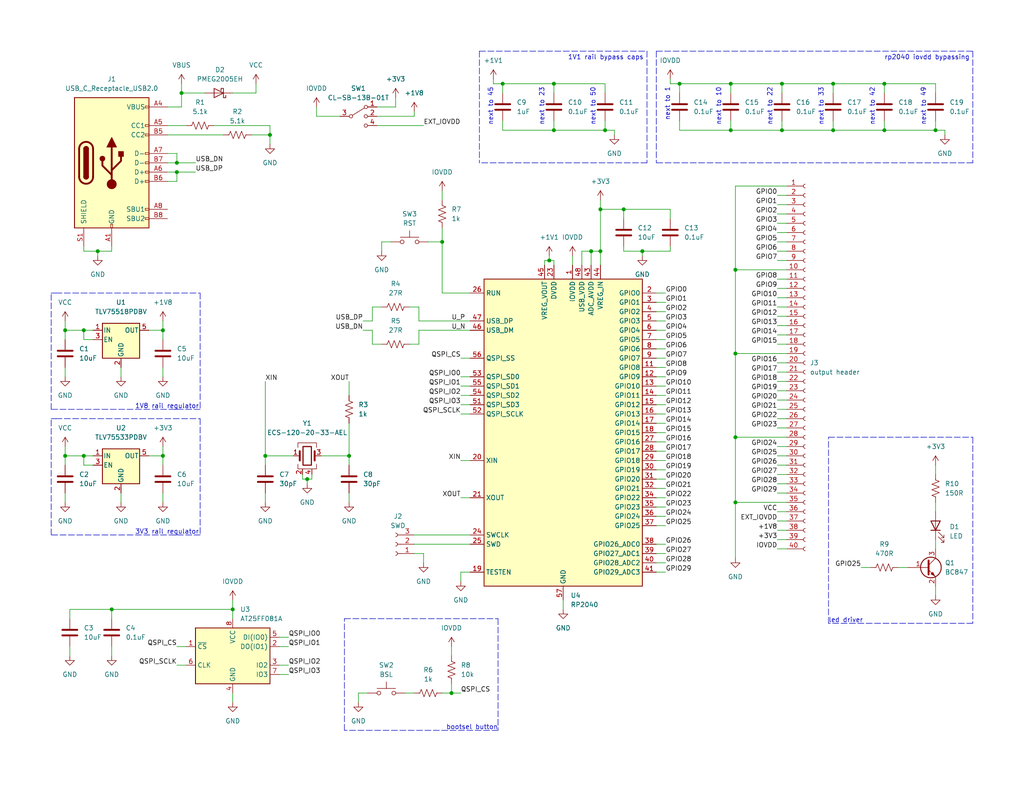
<source format=kicad_sch>
(kicad_sch (version 20211123) (generator eeschema)
  (paper "USLetter")
  (junction (at 48.26 46.99))
  (junction (at 185.42 22.86))
  (junction (at 44.45 124.46))
  (junction (at 213.36 35.56))
  (junction (at 44.45 90.17))
  (junction (at 170.18 57.15))
  (junction (at 120.65 66.04))
  (junction (at 17.78 90.17))
  (junction (at 95.25 124.46))
  (junction (at 200.66 137.16))
  (junction (at 123.19 189.23))
  (junction (at 241.3 22.86))
  (junction (at 151.13 35.56))
  (junction (at 63.5 166.37))
  (junction (at 163.83 68.58))
  (junction (at 72.39 124.46))
  (junction (at 163.83 57.15))
  (junction (at 241.3 35.56))
  (junction (at 200.66 119.38))
  (junction (at 200.66 96.52))
  (junction (at 255.27 35.56))
  (junction (at 200.66 73.66))
  (junction (at 161.29 68.58))
  (junction (at 17.78 124.46))
  (junction (at 73.66 36.83))
  (junction (at 199.39 35.56))
  (junction (at 22.86 90.17))
  (junction (at 22.86 124.46))
  (junction (at 175.26 68.58))
  (junction (at 48.26 44.45))
  (junction (at 137.16 22.86))
  (junction (at 149.86 71.12))
  (junction (at 227.33 35.56))
  (junction (at 199.39 22.86))
  (junction (at 227.33 22.86))
  (junction (at 83.82 130.81))
  (junction (at 165.1 35.56))
  (junction (at 213.36 22.86))
  (junction (at 49.53 25.4))
  (junction (at 30.48 166.37))
  (junction (at 26.67 68.58))
  (junction (at 151.13 22.86))
  (wire (pts (xy 170.18 57.15) (xy 163.83 57.15)))
  (wire (pts (xy 72.39 124.46) (xy 80.01 124.46)))
  (wire (pts (xy 179.07 123.19) (xy 181.61 123.19)))
  (wire (pts (xy 200.66 73.66) (xy 200.66 96.52)))
  (wire (pts (xy 104.14 93.98) (xy 101.6 93.98)))
  (wire (pts (xy 123.19 189.23) (xy 125.73 189.23)))
  (wire (pts (xy 170.18 67.31) (xy 170.18 68.58)))
  (wire (pts (xy 22.86 124.46) (xy 25.4 124.46)))
  (wire (pts (xy 113.03 148.59) (xy 128.27 148.59)))
  (wire (pts (xy 45.72 49.53) (xy 48.26 49.53)))
  (wire (pts (xy 179.07 102.87) (xy 181.61 102.87)))
  (wire (pts (xy 212.09 60.96) (xy 214.63 60.96)))
  (wire (pts (xy 40.64 124.46) (xy 44.45 124.46)))
  (wire (pts (xy 255.27 35.56) (xy 255.27 33.02)))
  (wire (pts (xy 245.11 154.94) (xy 247.65 154.94)))
  (polyline (pts (xy 265.43 13.97) (xy 265.43 44.45)))
  (wire (pts (xy 30.48 67.31) (xy 30.48 68.58)))
  (wire (pts (xy 200.66 137.16) (xy 214.63 137.16)))
  (wire (pts (xy 213.36 22.86) (xy 213.36 25.4)))
  (wire (pts (xy 113.03 151.13) (xy 115.57 151.13)))
  (wire (pts (xy 212.09 132.08) (xy 214.63 132.08)))
  (wire (pts (xy 120.65 66.04) (xy 120.65 62.23)))
  (wire (pts (xy 227.33 33.02) (xy 227.33 35.56)))
  (wire (pts (xy 212.09 93.98) (xy 214.63 93.98)))
  (wire (pts (xy 163.83 57.15) (xy 163.83 68.58)))
  (wire (pts (xy 33.02 134.62) (xy 33.02 137.16)))
  (wire (pts (xy 199.39 35.56) (xy 213.36 35.56)))
  (wire (pts (xy 99.06 90.17) (xy 101.6 90.17)))
  (wire (pts (xy 167.64 36.83) (xy 167.64 35.56)))
  (wire (pts (xy 111.76 83.82) (xy 114.3 83.82)))
  (wire (pts (xy 99.06 87.63) (xy 101.6 87.63)))
  (wire (pts (xy 212.09 111.76) (xy 214.63 111.76)))
  (wire (pts (xy 255.27 127) (xy 255.27 129.54)))
  (wire (pts (xy 68.58 36.83) (xy 73.66 36.83)))
  (wire (pts (xy 148.59 71.12) (xy 149.86 71.12)))
  (wire (pts (xy 123.19 186.69) (xy 123.19 189.23)))
  (wire (pts (xy 179.07 135.89) (xy 181.61 135.89)))
  (wire (pts (xy 44.45 90.17) (xy 44.45 92.71)))
  (wire (pts (xy 25.4 92.71) (xy 22.86 92.71)))
  (wire (pts (xy 200.66 96.52) (xy 214.63 96.52)))
  (wire (pts (xy 101.6 83.82) (xy 101.6 87.63)))
  (wire (pts (xy 125.73 156.21) (xy 125.73 158.75)))
  (wire (pts (xy 87.63 124.46) (xy 95.25 124.46)))
  (wire (pts (xy 48.26 46.99) (xy 53.34 46.99)))
  (wire (pts (xy 185.42 22.86) (xy 199.39 22.86)))
  (wire (pts (xy 179.07 100.33) (xy 181.61 100.33)))
  (polyline (pts (xy 13.97 80.01) (xy 15.24 80.01)))
  (wire (pts (xy 182.88 68.58) (xy 175.26 68.58)))
  (polyline (pts (xy 54.61 114.3) (xy 54.61 146.05)))
  (wire (pts (xy 26.67 68.58) (xy 22.86 68.58)))
  (wire (pts (xy 212.09 116.84) (xy 214.63 116.84)))
  (wire (pts (xy 179.07 113.03) (xy 181.61 113.03)))
  (wire (pts (xy 72.39 104.14) (xy 72.39 124.46)))
  (wire (pts (xy 212.09 134.62) (xy 214.63 134.62)))
  (wire (pts (xy 86.36 31.75) (xy 86.36 29.21)))
  (wire (pts (xy 185.42 33.02) (xy 185.42 35.56)))
  (polyline (pts (xy 54.61 146.05) (xy 13.97 146.05)))
  (wire (pts (xy 200.66 119.38) (xy 214.63 119.38)))
  (wire (pts (xy 212.09 91.44) (xy 214.63 91.44)))
  (wire (pts (xy 212.09 104.14) (xy 214.63 104.14)))
  (wire (pts (xy 72.39 134.62) (xy 72.39 137.16)))
  (wire (pts (xy 115.57 151.13) (xy 115.57 153.67)))
  (wire (pts (xy 45.72 44.45) (xy 48.26 44.45)))
  (wire (pts (xy 200.66 50.8) (xy 200.66 73.66)))
  (wire (pts (xy 212.09 55.88) (xy 214.63 55.88)))
  (wire (pts (xy 107.95 29.21) (xy 107.95 26.67)))
  (wire (pts (xy 113.03 30.48) (xy 113.03 31.75)))
  (wire (pts (xy 227.33 22.86) (xy 227.33 25.4)))
  (wire (pts (xy 179.07 130.81) (xy 181.61 130.81)))
  (wire (pts (xy 179.07 105.41) (xy 181.61 105.41)))
  (wire (pts (xy 175.26 68.58) (xy 170.18 68.58)))
  (wire (pts (xy 137.16 33.02) (xy 137.16 35.56)))
  (polyline (pts (xy 13.97 114.3) (xy 15.24 114.3)))
  (wire (pts (xy 30.48 168.91) (xy 30.48 166.37)))
  (wire (pts (xy 72.39 127) (xy 72.39 124.46)))
  (wire (pts (xy 102.87 29.21) (xy 107.95 29.21)))
  (wire (pts (xy 44.45 134.62) (xy 44.45 137.16)))
  (wire (pts (xy 212.09 106.68) (xy 214.63 106.68)))
  (wire (pts (xy 73.66 36.83) (xy 73.66 39.37)))
  (wire (pts (xy 151.13 71.12) (xy 149.86 71.12)))
  (wire (pts (xy 153.67 163.83) (xy 153.67 166.37)))
  (wire (pts (xy 17.78 124.46) (xy 17.78 127)))
  (wire (pts (xy 45.72 34.29) (xy 50.8 34.29)))
  (wire (pts (xy 102.87 34.29) (xy 115.57 34.29)))
  (wire (pts (xy 116.84 66.04) (xy 120.65 66.04)))
  (wire (pts (xy 149.86 71.12) (xy 149.86 69.85)))
  (wire (pts (xy 257.81 35.56) (xy 257.81 36.83)))
  (wire (pts (xy 45.72 46.99) (xy 48.26 46.99)))
  (wire (pts (xy 212.09 88.9) (xy 214.63 88.9)))
  (wire (pts (xy 137.16 35.56) (xy 151.13 35.56)))
  (wire (pts (xy 200.66 50.8) (xy 214.63 50.8)))
  (wire (pts (xy 227.33 35.56) (xy 241.3 35.56)))
  (wire (pts (xy 69.85 25.4) (xy 69.85 22.86)))
  (wire (pts (xy 97.79 189.23) (xy 97.79 191.77)))
  (wire (pts (xy 158.75 72.39) (xy 158.75 68.58)))
  (wire (pts (xy 212.09 114.3) (xy 214.63 114.3)))
  (wire (pts (xy 179.07 95.25) (xy 181.61 95.25)))
  (polyline (pts (xy 265.43 119.38) (xy 265.43 170.18)))
  (polyline (pts (xy 176.53 44.45) (xy 130.81 44.45)))
  (wire (pts (xy 199.39 22.86) (xy 199.39 25.4)))
  (wire (pts (xy 22.86 67.31) (xy 22.86 68.58)))
  (wire (pts (xy 95.25 124.46) (xy 95.25 127)))
  (wire (pts (xy 185.42 35.56) (xy 199.39 35.56)))
  (wire (pts (xy 179.07 128.27) (xy 181.61 128.27)))
  (wire (pts (xy 179.07 148.59) (xy 181.61 148.59)))
  (wire (pts (xy 234.95 154.94) (xy 237.49 154.94)))
  (wire (pts (xy 241.3 22.86) (xy 241.3 25.4)))
  (wire (pts (xy 179.07 85.09) (xy 181.61 85.09)))
  (wire (pts (xy 76.2 173.99) (xy 78.74 173.99)))
  (wire (pts (xy 76.2 181.61) (xy 78.74 181.61)))
  (polyline (pts (xy 54.61 111.76) (xy 13.97 111.76)))
  (wire (pts (xy 17.78 90.17) (xy 22.86 90.17)))
  (wire (pts (xy 137.16 25.4) (xy 137.16 22.86)))
  (polyline (pts (xy 135.89 199.39) (xy 93.98 199.39)))
  (wire (pts (xy 44.45 87.63) (xy 44.45 90.17)))
  (wire (pts (xy 125.73 125.73) (xy 128.27 125.73)))
  (wire (pts (xy 95.25 104.14) (xy 95.25 107.95)))
  (wire (pts (xy 17.78 87.63) (xy 17.78 90.17)))
  (wire (pts (xy 49.53 25.4) (xy 55.88 25.4)))
  (wire (pts (xy 185.42 25.4) (xy 185.42 22.86)))
  (wire (pts (xy 120.65 66.04) (xy 120.65 80.01)))
  (wire (pts (xy 45.72 36.83) (xy 60.96 36.83)))
  (wire (pts (xy 125.73 97.79) (xy 128.27 97.79)))
  (wire (pts (xy 125.73 105.41) (xy 128.27 105.41)))
  (wire (pts (xy 212.09 63.5) (xy 214.63 63.5)))
  (wire (pts (xy 213.36 33.02) (xy 213.36 35.56)))
  (wire (pts (xy 212.09 149.86) (xy 214.63 149.86)))
  (wire (pts (xy 212.09 144.78) (xy 214.63 144.78)))
  (wire (pts (xy 212.09 124.46) (xy 214.63 124.46)))
  (wire (pts (xy 17.78 90.17) (xy 17.78 92.71)))
  (polyline (pts (xy 15.24 114.3) (xy 54.61 114.3)))
  (wire (pts (xy 179.07 125.73) (xy 181.61 125.73)))
  (wire (pts (xy 49.53 25.4) (xy 49.53 29.21)))
  (wire (pts (xy 151.13 33.02) (xy 151.13 35.56)))
  (wire (pts (xy 175.26 68.58) (xy 175.26 69.85)))
  (wire (pts (xy 179.07 82.55) (xy 181.61 82.55)))
  (wire (pts (xy 83.82 130.81) (xy 83.82 132.08)))
  (wire (pts (xy 128.27 156.21) (xy 125.73 156.21)))
  (wire (pts (xy 22.86 127) (xy 22.86 124.46)))
  (wire (pts (xy 76.2 176.53) (xy 78.74 176.53)))
  (wire (pts (xy 182.88 59.69) (xy 182.88 57.15)))
  (wire (pts (xy 156.21 69.85) (xy 156.21 72.39)))
  (wire (pts (xy 182.88 67.31) (xy 182.88 68.58)))
  (wire (pts (xy 95.25 115.57) (xy 95.25 124.46)))
  (wire (pts (xy 158.75 68.58) (xy 161.29 68.58)))
  (wire (pts (xy 179.07 118.11) (xy 181.61 118.11)))
  (wire (pts (xy 30.48 68.58) (xy 26.67 68.58)))
  (wire (pts (xy 179.07 140.97) (xy 181.61 140.97)))
  (wire (pts (xy 255.27 35.56) (xy 257.81 35.56)))
  (wire (pts (xy 123.19 176.53) (xy 123.19 179.07)))
  (wire (pts (xy 179.07 120.65) (xy 181.61 120.65)))
  (wire (pts (xy 102.87 31.75) (xy 113.03 31.75)))
  (wire (pts (xy 199.39 33.02) (xy 199.39 35.56)))
  (wire (pts (xy 49.53 29.21) (xy 45.72 29.21)))
  (wire (pts (xy 179.07 133.35) (xy 181.61 133.35)))
  (wire (pts (xy 76.2 184.15) (xy 78.74 184.15)))
  (wire (pts (xy 85.09 129.54) (xy 85.09 130.81)))
  (polyline (pts (xy 13.97 111.76) (xy 13.97 80.01)))
  (wire (pts (xy 151.13 72.39) (xy 151.13 71.12)))
  (wire (pts (xy 30.48 176.53) (xy 30.48 179.07)))
  (wire (pts (xy 114.3 93.98) (xy 114.3 90.17)))
  (wire (pts (xy 182.88 22.86) (xy 185.42 22.86)))
  (wire (pts (xy 165.1 33.02) (xy 165.1 35.56)))
  (wire (pts (xy 100.33 189.23) (xy 97.79 189.23)))
  (wire (pts (xy 179.07 138.43) (xy 181.61 138.43)))
  (wire (pts (xy 179.07 97.79) (xy 181.61 97.79)))
  (wire (pts (xy 227.33 22.86) (xy 241.3 22.86)))
  (polyline (pts (xy 226.06 170.18) (xy 226.06 119.38)))
  (wire (pts (xy 19.05 176.53) (xy 19.05 179.07)))
  (wire (pts (xy 212.09 78.74) (xy 214.63 78.74)))
  (wire (pts (xy 179.07 92.71) (xy 181.61 92.71)))
  (polyline (pts (xy 13.97 146.05) (xy 13.97 114.3)))
  (wire (pts (xy 241.3 33.02) (xy 241.3 35.56)))
  (wire (pts (xy 161.29 68.58) (xy 161.29 72.39)))
  (wire (pts (xy 212.09 99.06) (xy 214.63 99.06)))
  (wire (pts (xy 241.3 22.86) (xy 255.27 22.86)))
  (wire (pts (xy 134.62 21.59) (xy 134.62 22.86)))
  (wire (pts (xy 104.14 83.82) (xy 101.6 83.82)))
  (wire (pts (xy 63.5 163.83) (xy 63.5 166.37)))
  (wire (pts (xy 82.55 130.81) (xy 83.82 130.81)))
  (polyline (pts (xy 54.61 80.01) (xy 54.61 111.76)))
  (wire (pts (xy 255.27 147.32) (xy 255.27 149.86)))
  (polyline (pts (xy 135.89 168.91) (xy 135.89 199.39)))
  (wire (pts (xy 212.09 86.36) (xy 214.63 86.36)))
  (wire (pts (xy 22.86 92.71) (xy 22.86 90.17)))
  (wire (pts (xy 179.07 80.01) (xy 181.61 80.01)))
  (wire (pts (xy 17.78 134.62) (xy 17.78 137.16)))
  (wire (pts (xy 73.66 34.29) (xy 73.66 36.83)))
  (wire (pts (xy 45.72 41.91) (xy 48.26 41.91)))
  (wire (pts (xy 114.3 83.82) (xy 114.3 87.63)))
  (wire (pts (xy 33.02 100.33) (xy 33.02 102.87)))
  (wire (pts (xy 114.3 87.63) (xy 128.27 87.63)))
  (wire (pts (xy 95.25 134.62) (xy 95.25 137.16)))
  (wire (pts (xy 212.09 76.2) (xy 214.63 76.2)))
  (wire (pts (xy 179.07 156.21) (xy 181.61 156.21)))
  (wire (pts (xy 167.64 35.56) (xy 165.1 35.56)))
  (wire (pts (xy 241.3 35.56) (xy 255.27 35.56)))
  (wire (pts (xy 151.13 22.86) (xy 165.1 22.86)))
  (wire (pts (xy 120.65 189.23) (xy 123.19 189.23)))
  (wire (pts (xy 212.09 129.54) (xy 214.63 129.54)))
  (wire (pts (xy 151.13 35.56) (xy 165.1 35.56)))
  (wire (pts (xy 163.83 54.61) (xy 163.83 57.15)))
  (wire (pts (xy 125.73 107.95) (xy 128.27 107.95)))
  (polyline (pts (xy 265.43 44.45) (xy 179.07 44.45)))
  (wire (pts (xy 26.67 68.58) (xy 26.67 69.85)))
  (wire (pts (xy 163.83 68.58) (xy 163.83 72.39)))
  (polyline (pts (xy 93.98 199.39) (xy 93.98 168.91)))
  (wire (pts (xy 111.76 93.98) (xy 114.3 93.98)))
  (wire (pts (xy 30.48 166.37) (xy 19.05 166.37)))
  (wire (pts (xy 212.09 58.42) (xy 214.63 58.42)))
  (wire (pts (xy 137.16 22.86) (xy 151.13 22.86)))
  (wire (pts (xy 44.45 100.33) (xy 44.45 102.87)))
  (wire (pts (xy 200.66 137.16) (xy 200.66 152.4)))
  (wire (pts (xy 114.3 90.17) (xy 128.27 90.17)))
  (wire (pts (xy 212.09 139.7) (xy 214.63 139.7)))
  (wire (pts (xy 63.5 25.4) (xy 69.85 25.4)))
  (wire (pts (xy 212.09 68.58) (xy 214.63 68.58)))
  (wire (pts (xy 212.09 142.24) (xy 214.63 142.24)))
  (wire (pts (xy 120.65 52.07) (xy 120.65 54.61)))
  (wire (pts (xy 125.73 135.89) (xy 128.27 135.89)))
  (wire (pts (xy 104.14 68.58) (xy 104.14 66.04)))
  (wire (pts (xy 134.62 22.86) (xy 137.16 22.86)))
  (wire (pts (xy 22.86 90.17) (xy 25.4 90.17)))
  (wire (pts (xy 212.09 81.28) (xy 214.63 81.28)))
  (wire (pts (xy 179.07 115.57) (xy 181.61 115.57)))
  (wire (pts (xy 125.73 113.03) (xy 128.27 113.03)))
  (wire (pts (xy 255.27 137.16) (xy 255.27 139.7)))
  (wire (pts (xy 44.45 124.46) (xy 44.45 127)))
  (wire (pts (xy 213.36 35.56) (xy 227.33 35.56)))
  (wire (pts (xy 44.45 121.92) (xy 44.45 124.46)))
  (polyline (pts (xy 130.81 13.97) (xy 176.53 13.97)))
  (wire (pts (xy 82.55 129.54) (xy 82.55 130.81)))
  (wire (pts (xy 48.26 181.61) (xy 50.8 181.61)))
  (polyline (pts (xy 265.43 170.18) (xy 226.06 170.18)))
  (wire (pts (xy 151.13 22.86) (xy 151.13 25.4)))
  (polyline (pts (xy 176.53 13.97) (xy 176.53 44.45)))
  (wire (pts (xy 25.4 127) (xy 22.86 127)))
  (wire (pts (xy 179.07 153.67) (xy 181.61 153.67)))
  (wire (pts (xy 63.5 166.37) (xy 63.5 168.91)))
  (wire (pts (xy 49.53 22.86) (xy 49.53 25.4)))
  (wire (pts (xy 179.07 107.95) (xy 181.61 107.95)))
  (wire (pts (xy 30.48 166.37) (xy 63.5 166.37)))
  (wire (pts (xy 170.18 59.69) (xy 170.18 57.15)))
  (wire (pts (xy 165.1 22.86) (xy 165.1 25.4)))
  (wire (pts (xy 179.07 110.49) (xy 181.61 110.49)))
  (wire (pts (xy 125.73 102.87) (xy 128.27 102.87)))
  (wire (pts (xy 200.66 96.52) (xy 200.66 119.38)))
  (polyline (pts (xy 130.81 13.97) (xy 130.81 44.45)))
  (polyline (pts (xy 179.07 13.97) (xy 265.43 13.97)))
  (wire (pts (xy 17.78 121.92) (xy 17.78 124.46)))
  (wire (pts (xy 179.07 87.63) (xy 181.61 87.63)))
  (wire (pts (xy 255.27 160.02) (xy 255.27 162.56)))
  (wire (pts (xy 212.09 109.22) (xy 214.63 109.22)))
  (polyline (pts (xy 226.06 119.38) (xy 265.43 119.38)))
  (wire (pts (xy 104.14 66.04) (xy 106.68 66.04)))
  (wire (pts (xy 212.09 121.92) (xy 214.63 121.92)))
  (wire (pts (xy 110.49 189.23) (xy 113.03 189.23)))
  (wire (pts (xy 212.09 53.34) (xy 214.63 53.34)))
  (wire (pts (xy 182.88 21.59) (xy 182.88 22.86)))
  (wire (pts (xy 85.09 130.81) (xy 83.82 130.81)))
  (wire (pts (xy 212.09 101.6) (xy 214.63 101.6)))
  (wire (pts (xy 17.78 124.46) (xy 22.86 124.46)))
  (wire (pts (xy 179.07 143.51) (xy 181.61 143.51)))
  (polyline (pts (xy 179.07 13.97) (xy 179.07 44.45)))
  (wire (pts (xy 40.64 90.17) (xy 44.45 90.17)))
  (wire (pts (xy 19.05 166.37) (xy 19.05 168.91)))
  (wire (pts (xy 182.88 57.15) (xy 170.18 57.15)))
  (wire (pts (xy 199.39 22.86) (xy 213.36 22.86)))
  (wire (pts (xy 213.36 22.86) (xy 227.33 22.86)))
  (wire (pts (xy 92.71 31.75) (xy 86.36 31.75)))
  (wire (pts (xy 212.09 71.12) (xy 214.63 71.12)))
  (wire (pts (xy 125.73 110.49) (xy 128.27 110.49)))
  (wire (pts (xy 200.66 119.38) (xy 200.66 137.16)))
  (wire (pts (xy 48.26 49.53) (xy 48.26 46.99)))
  (wire (pts (xy 179.07 151.13) (xy 181.61 151.13)))
  (wire (pts (xy 17.78 100.33) (xy 17.78 102.87)))
  (wire (pts (xy 212.09 83.82) (xy 214.63 83.82)))
  (wire (pts (xy 212.09 66.04) (xy 214.63 66.04)))
  (wire (pts (xy 120.65 80.01) (xy 128.27 80.01)))
  (wire (pts (xy 161.29 68.58) (xy 163.83 68.58)))
  (wire (pts (xy 212.09 127) (xy 214.63 127)))
  (wire (pts (xy 48.26 176.53) (xy 50.8 176.53)))
  (wire (pts (xy 179.07 90.17) (xy 181.61 90.17)))
  (wire (pts (xy 58.42 34.29) (xy 73.66 34.29)))
  (wire (pts (xy 63.5 189.23) (xy 63.5 191.77)))
  (wire (pts (xy 200.66 73.66) (xy 214.63 73.66)))
  (wire (pts (xy 101.6 90.17) (xy 101.6 93.98)))
  (polyline (pts (xy 15.24 80.01) (xy 54.61 80.01)))
  (polyline (pts (xy 93.98 168.91) (xy 135.89 168.91)))
  (wire (pts (xy 255.27 22.86) (xy 255.27 25.4)))
  (wire (pts (xy 113.03 146.05) (xy 128.27 146.05)))
  (wire (pts (xy 48.26 41.91) (xy 48.26 44.45)))
  (wire (pts (xy 48.26 44.45) (xy 53.34 44.45)))
  (wire (pts (xy 148.59 72.39) (xy 148.59 71.12)))
  (wire (pts (xy 212.09 147.32) (xy 214.63 147.32)))
  (text "bootsel button" (at 135.89 199.39 180) (effects (font (size 1.27 1.27)) (justify right bottom)))
  (text "1V1 rail bypass caps" (at 154.94 16.51 0) (effects (font (size 1.27 1.27)) (justify left bottom)))
  (text "1V8 rail regulator" (at 36.83 111.76 0) (effects (font (size 1.27 1.27)) (justify left bottom)))
  (text "led driver" (at 226.06 170.18 0) (effects (font (size 1.27 1.27)) (justify left bottom)))
  (text "next to 10\n" (at 196.85 34.29 90) (effects (font (size 1.27 1.27)) (justify left bottom)))
  (text "next to 42\n" (at 238.76 34.29 90) (effects (font (size 1.27 1.27)) (justify left bottom)))
  (text "next to 1\n" (at 182.88 33.02 90) (effects (font (size 1.27 1.27)) (justify left bottom)))
  (text "next to 49" (at 252.73 34.29 90) (effects (font (size 1.27 1.27)) (justify left bottom)))
  (text "next to 45" (at 134.62 34.29 90) (effects (font (size 1.27 1.27)) (justify left bottom)))
  (text "next to 23\n" (at 148.59 34.29 90) (effects (font (size 1.27 1.27)) (justify left bottom)))
  (text "rp2040 iovdd bypassing" (at 241.3 16.51 0) (effects (font (size 1.27 1.27)) (justify left bottom)))
  (text "next to 22" (at 210.82 34.29 90) (effects (font (size 1.27 1.27)) (justify left bottom)))
  (text "next to 50" (at 162.56 34.29 90) (effects (font (size 1.27 1.27)) (justify left bottom)))
  (text "next to 33" (at 224.79 34.29 90) (effects (font (size 1.27 1.27)) (justify left bottom)))
  (text "3V3 rail regulator" (at 36.83 146.05 0) (effects (font (size 1.27 1.27)) (justify left bottom)))
  (label "GPIO16" (at 181.61 120.65 0))
  (label "XOUT" (at 95.25 104.14 180))
  (label "GPIO15" (at 212.09 93.98 180))
  (label "GPIO0" (at 212.09 53.34 180))
  (label "VCC" (at 212.09 139.7 180))
  (label "GPIO18" (at 212.09 104.14 180))
  (label "QSPI_CS" (at 48.26 176.53 180))
  (label "QSPI_IO1" (at 125.73 105.41 180))
  (label "EXT_IOVDD" (at 115.57 34.29 0))
  (label "EXT_IOVDD" (at 212.09 142.24 180))
  (label "GPIO25" (at 212.09 124.46 180))
  (label "GPIO29" (at 181.61 156.21 0))
  (label "GPIO23" (at 181.61 138.43 0))
  (label "GPIO11" (at 212.09 83.82 180))
  (label "GPIO3" (at 181.61 87.63 0))
  (label "GPIO22" (at 212.09 114.3 180))
  (label "GPIO2" (at 212.09 58.42 180))
  (label "IOVDD" (at 212.09 149.86 180))
  (label "QSPI_CS" (at 125.73 97.79 180))
  (label "QSPI_SCLK" (at 48.26 181.61 180))
  (label "GPIO4" (at 212.09 63.5 180))
  (label "GPIO18" (at 181.61 125.73 0))
  (label "GPIO10" (at 181.61 105.41 0))
  (label "GPIO27" (at 181.61 151.13 0))
  (label "GPIO14" (at 181.61 115.57 0))
  (label "GPIO8" (at 181.61 100.33 0))
  (label "GPIO20" (at 181.61 130.81 0))
  (label "GPIO22" (at 181.61 135.89 0))
  (label "GPIO1" (at 212.09 55.88 180))
  (label "U_P" (at 123.19 87.63 0))
  (label "QSPI_IO2" (at 78.74 181.61 0))
  (label "GPIO11" (at 181.61 107.95 0))
  (label "GPIO27" (at 212.09 129.54 180))
  (label "+3V3" (at 212.09 147.32 180))
  (label "QSPI_IO3" (at 125.73 110.49 180))
  (label "GPIO25" (at 181.61 143.51 0))
  (label "XIN" (at 72.39 104.14 0))
  (label "GPIO8" (at 212.09 76.2 180))
  (label "GPIO5" (at 212.09 66.04 180))
  (label "GPIO26" (at 212.09 127 180))
  (label "GPIO1" (at 181.61 82.55 0))
  (label "GPIO0" (at 181.61 80.01 0))
  (label "+1V8" (at 212.09 144.78 180))
  (label "XOUT" (at 125.73 135.89 180))
  (label "USB_DP" (at 53.34 46.99 0))
  (label "GPIO2" (at 181.61 85.09 0))
  (label "GPIO17" (at 181.61 123.19 0))
  (label "GPIO20" (at 212.09 109.22 180))
  (label "GPIO6" (at 181.61 95.25 0))
  (label "U_N" (at 123.19 90.17 0))
  (label "QSPI_IO1" (at 78.74 176.53 0))
  (label "QSPI_CS" (at 125.73 189.23 0))
  (label "GPIO10" (at 212.09 81.28 180))
  (label "GPIO16" (at 212.09 99.06 180))
  (label "GPIO23" (at 212.09 116.84 180))
  (label "QSPI_IO0" (at 125.73 102.87 180))
  (label "GPIO21" (at 212.09 111.76 180))
  (label "GPIO29" (at 212.09 134.62 180))
  (label "GPIO4" (at 181.61 90.17 0))
  (label "GPIO19" (at 212.09 106.68 180))
  (label "GPIO7" (at 212.09 71.12 180))
  (label "GPIO25" (at 234.95 154.94 180))
  (label "GPIO24" (at 181.61 140.97 0))
  (label "GPIO19" (at 181.61 128.27 0))
  (label "GPIO28" (at 181.61 153.67 0))
  (label "QSPI_IO2" (at 125.73 107.95 180))
  (label "GPIO15" (at 181.61 118.11 0))
  (label "GPIO17" (at 212.09 101.6 180))
  (label "QSPI_IO0" (at 78.74 173.99 0))
  (label "QSPI_IO3" (at 78.74 184.15 0))
  (label "GPIO13" (at 181.61 113.03 0))
  (label "GPIO24" (at 212.09 121.92 180))
  (label "GPIO26" (at 181.61 148.59 0))
  (label "USB_DN" (at 53.34 44.45 0))
  (label "GPIO12" (at 212.09 86.36 180))
  (label "GPIO12" (at 181.61 110.49 0))
  (label "GPIO3" (at 212.09 60.96 180))
  (label "GPIO9" (at 212.09 78.74 180))
  (label "GPIO14" (at 212.09 91.44 180))
  (label "GPIO13" (at 212.09 88.9 180))
  (label "GPIO28" (at 212.09 132.08 180))
  (label "GPIO5" (at 181.61 92.71 0))
  (label "GPIO9" (at 181.61 102.87 0))
  (label "XIN" (at 125.73 125.73 180))
  (label "USB_DP" (at 99.06 87.63 180))
  (label "GPIO21" (at 181.61 133.35 0))
  (label "GPIO6" (at 212.09 68.58 180))
  (label "QSPI_SCLK" (at 125.73 113.03 180))
  (label "USB_DN" (at 99.06 90.17 180))
  (label "GPIO7" (at 181.61 97.79 0))
  (symbol (lib_id "power:+1V1") (at 134.62 21.59 0) (unit 1)
    (property "Reference" "#PWR0115" (effects hide))
    (property "Value" "+1V1" (at 134.62 16.51 0))
  )
  (symbol (lib_id "Regulator_Linear:TLV75518PDBV") (at 33.02 92.71 0) (unit 1)
    (property "Reference" "U1" (at 33.02 82.55 0))
    (property "Value" "TLV75518PDBV" (at 33.02 85.09 0))
    (property "Footprint" "Package_TO_SOT_SMD:SOT-23-5" (effects hide))
    (property "Datasheet" "http://www.ti.com/lit/ds/symlink/tlv755p.pdf" (effects hide))
  )
  (symbol (lib_id "power:GND") (at 257.81 36.83 0) (unit 1)
    (property "Reference" "#PWR0111" (effects hide))
    (property "Value" "GND" (at 257.81 41.91 0))
  )
  (symbol (lib_id "power:GND") (at 73.66 39.37 0) (unit 1)
    (property "Reference" "#PWR0129" (effects hide))
    (property "Value" "GND" (at 73.66 44.45 0))
  )
  (symbol (lib_id "power:VCC") (at 17.78 87.63 0) (unit 1)
    (property "Reference" "#PWR0138" (effects hide))
    (property "Value" "VCC" (at 17.78 82.55 0))
  )
  (symbol (lib_id "Device:C") (at 170.18 63.5 0) (unit 1)
    (property "Reference" "C12" (at 173.99 62.2299 0) (effects (justify left)))
    (property "Value" "10uF" (at 173.99 64.7699 0) (effects (justify left)))
    (property "Footprint" "local:C_0402_1005Metric_SmallRef" (effects hide))
  )
  (symbol (lib_id "local:IOVDD") (at 120.65 52.07 0) (unit 1)
    (property "Reference" "#PWR0105" (effects hide))
    (property "Value" "IOVDD" (at 120.65 46.99 0))
  )
  (symbol (lib_id "Connector:Conn_01x40_Female") (at 219.71 99.06 0) (unit 1)
    (property "Reference" "J3" (at 220.98 99.0599 0) (effects (justify left)))
    (property "Value" "output header" (at 220.98 101.5999 0) (effects (justify left)))
    (property "Footprint" "Connector_IDC:IDC-Header_2x20_P2.54mm_Vertical" (effects hide))
  )
  (symbol (lib_id "Device:C") (at 72.39 130.81 0) (unit 1)
    (property "Reference" "C7" (at 76.2 129.5399 0) (effects (justify left)))
    (property "Value" "30pF" (at 76.2 132.0799 0) (effects (justify left)))
    (property "Footprint" "local:C_0402_1005Metric_SmallRef" (effects hide))
  )
  (symbol (lib_id "local:IOVDD") (at 182.88 21.59 0) (unit 1)
    (property "Reference" "#PWR0113" (effects hide))
    (property "Value" "IOVDD" (at 182.88 16.51 0))
  )
  (symbol (lib_id "power:GND") (at 104.14 68.58 0) (unit 1)
    (property "Reference" "#PWR0108" (effects hide))
    (property "Value" "GND" (at 104.14 73.66 0))
  )
  (symbol (lib_id "Device:C") (at 44.45 130.81 0) (unit 1)
    (property "Reference" "C6" (at 48.26 129.5399 0) (effects (justify left)))
    (property "Value" "10uF" (at 48.26 132.0799 0) (effects (justify left)))
    (property "Footprint" "local:C_0402_1005Metric_SmallRef" (effects hide))
  )
  (symbol (lib_id "power:VCC") (at 17.78 121.92 0) (unit 1)
    (property "Reference" "#PWR0140" (effects hide))
    (property "Value" "VCC" (at 17.78 116.84 0))
  )
  (symbol (lib_id "power:GND") (at 44.45 137.16 0) (unit 1)
    (property "Reference" "#PWR0127" (effects hide))
    (property "Value" "GND" (at 44.45 142.24 0))
  )
  (symbol (lib_id "local:IOVDD") (at 63.5 163.83 0) (unit 1)
    (property "Reference" "#PWR0126" (effects hide))
    (property "Value" "IOVDD" (at 63.5 158.75 0))
  )
  (symbol (lib_id "Connector:USB_C_Receptacle_USB2.0") (at 30.48 44.45 0) (unit 1)
    (property "Reference" "J1" (at 30.48 21.59 0))
    (property "Value" "USB_C_Receptacle_USB2.0" (at 30.48 24.13 0))
    (property "Footprint" "Connector_USB:USB_C_Receptacle_GCT_USB4085" (effects hide))
    (property "Datasheet" "https://www.usb.org/sites/default/files/documents/usb_type-c.zip" (effects hide))
  )
  (symbol (lib_id "Device:R_US") (at 120.65 58.42 0) (unit 1)
    (property "Reference" "R7" (at 123.19 57.1499 0) (effects (justify left)))
    (property "Value" "1k" (at 123.19 59.6899 0) (effects (justify left)))
    (property "Footprint" "local:R_0402_1005Metric_SmallRef" (effects hide))
  )
  (symbol (lib_id "power:GND") (at 33.02 137.16 0) (unit 1)
    (property "Reference" "#PWR0123" (effects hide))
    (property "Value" "GND" (at 33.02 142.24 0))
  )
  (symbol (lib_id "Device:R_US") (at 54.61 34.29 90) (unit 1)
    (property "Reference" "R1" (at 54.61 27.94 90))
    (property "Value" "5.1k" (at 54.61 30.48 90))
    (property "Footprint" "local:R_0402_1005Metric_SmallRef" (effects hide))
  )
  (symbol (lib_id "Connector:Conn_01x03_Female") (at 107.95 148.59 180) (unit 1)
    (property "Reference" "J2" (at 108.585 140.97 0))
    (property "Value" "SWD" (at 108.585 143.51 0))
    (property "Footprint" "Connector_PinHeader_2.54mm:PinHeader_1x03_P2.54mm_Vertical" (effects hide))
  )
  (symbol (lib_id "Device:C") (at 165.1 29.21 0) (unit 1)
    (property "Reference" "C11" (at 168.91 27.9399 0) (effects (justify left)))
    (property "Value" "0.1uF" (at 168.91 30.4799 0) (effects (justify left)))
    (property "Footprint" "local:C_0402_1005Metric_SmallRef" (effects hide))
  )
  (symbol (lib_id "power:+1V1") (at 149.86 69.85 0) (unit 1)
    (property "Reference" "#PWR0117" (effects hide))
    (property "Value" "+1V1" (at 149.86 64.77 0))
  )
  (symbol (lib_id "power:GND") (at 83.82 132.08 0) (unit 1)
    (property "Reference" "#PWR0133" (effects hide))
    (property "Value" "GND" (at 83.82 137.16 0))
  )
  (symbol (lib_id "Device:C") (at 199.39 29.21 0) (unit 1)
    (property "Reference" "C15" (at 203.2 27.9399 0) (effects (justify left)))
    (property "Value" "0.1uF" (at 203.2 30.4799 0) (effects (justify left)))
    (property "Footprint" "local:C_0402_1005Metric_SmallRef" (effects hide))
  )
  (symbol (lib_id "power:+3V3") (at 255.27 127 0) (unit 1)
    (property "Reference" "#PWR0120" (effects hide))
    (property "Value" "+3V3" (at 255.27 121.92 0))
  )
  (symbol (lib_id "power:GND") (at 33.02 102.87 0) (unit 1)
    (property "Reference" "#PWR0135" (effects hide))
    (property "Value" "GND" (at 33.02 107.95 0))
  )
  (symbol (lib_id "Device:C") (at 213.36 29.21 0) (unit 1)
    (property "Reference" "C16" (at 217.17 27.9399 0) (effects (justify left)))
    (property "Value" "0.1uF" (at 217.17 30.4799 0) (effects (justify left)))
    (property "Footprint" "local:C_0402_1005Metric_SmallRef" (effects hide))
  )
  (symbol (lib_id "power:GND") (at 95.25 137.16 0) (unit 1)
    (property "Reference" "#PWR0134" (effects hide))
    (property "Value" "GND" (at 95.25 142.24 0))
  )
  (symbol (lib_id "Device:R_US") (at 255.27 133.35 180) (unit 1)
    (property "Reference" "R10" (at 257.81 132.0799 0) (effects (justify right)))
    (property "Value" "150R" (at 257.81 134.6199 0) (effects (justify right)))
    (property "Footprint" "local:R_0402_1005Metric_SmallRef" (effects hide))
  )
  (symbol (lib_id "Device:C") (at 241.3 29.21 0) (unit 1)
    (property "Reference" "C18" (at 245.11 27.9399 0) (effects (justify left)))
    (property "Value" "0.1uF" (at 245.11 30.4799 0) (effects (justify left)))
    (property "Footprint" "local:C_0402_1005Metric_SmallRef" (effects hide))
  )
  (symbol (lib_id "Device:R_US") (at 95.25 111.76 0) (unit 1)
    (property "Reference" "R3" (at 97.79 110.4899 0) (effects (justify left)))
    (property "Value" "1k" (at 97.79 113.0299 0) (effects (justify left)))
    (property "Footprint" "local:R_0402_1005Metric_SmallRef" (effects hide))
  )
  (symbol (lib_id "Device:R_US") (at 107.95 83.82 90) (unit 1)
    (property "Reference" "R4" (at 107.95 77.47 90))
    (property "Value" "27R" (at 107.95 80.01 90))
    (property "Footprint" "local:R_0402_1005Metric_SmallRef" (effects hide))
  )
  (symbol (lib_id "Device:C") (at 182.88 63.5 0) (unit 1)
    (property "Reference" "C13" (at 186.69 62.2299 0) (effects (justify left)))
    (property "Value" "0.1uF" (at 186.69 64.7699 0) (effects (justify left)))
    (property "Footprint" "local:C_0402_1005Metric_SmallRef" (effects hide))
  )
  (symbol (lib_id "power:GND") (at 167.64 36.83 0) (unit 1)
    (property "Reference" "#PWR0112" (effects hide))
    (property "Value" "GND" (at 167.64 41.91 0))
  )
  (symbol (lib_id "power:GND") (at 200.66 152.4 0) (unit 1)
    (property "Reference" "#PWR0119" (effects hide))
    (property "Value" "GND" (at 200.66 157.48 0))
  )
  (symbol (lib_id "power:GND") (at 97.79 191.77 0) (unit 1)
    (property "Reference" "#PWR0103" (effects hide))
    (property "Value" "GND" (at 97.79 196.85 0))
  )
  (symbol (lib_id "Device:R_US") (at 241.3 154.94 90) (unit 1)
    (property "Reference" "R9" (at 241.3 148.59 90))
    (property "Value" "470R" (at 241.3 151.13 90))
    (property "Footprint" "local:R_0402_1005Metric_SmallRef" (effects hide))
  )
  (symbol (lib_id "power:+3V3") (at 163.83 54.61 0) (unit 1)
    (property "Reference" "#PWR0118" (effects hide))
    (property "Value" "+3V3" (at 163.83 49.53 0))
  )
  (symbol (lib_id "Device:C") (at 151.13 29.21 0) (unit 1)
    (property "Reference" "C10" (at 154.94 27.9399 0) (effects (justify left)))
    (property "Value" "0.1uF" (at 154.94 30.4799 0) (effects (justify left)))
    (property "Footprint" "local:C_0402_1005Metric_SmallRef" (effects hide))
  )
  (symbol (lib_id "Device:C") (at 95.25 130.81 0) (unit 1)
    (property "Reference" "C8" (at 99.06 129.5399 0) (effects (justify left)))
    (property "Value" "30pF" (at 99.06 132.0799 0) (effects (justify left)))
    (property "Footprint" "local:C_0402_1005Metric_SmallRef" (effects hide))
  )
  (symbol (lib_id "Device:R_US") (at 107.95 93.98 90) (unit 1)
    (property "Reference" "R5" (at 107.95 87.63 90))
    (property "Value" "27R" (at 107.95 90.17 90))
    (property "Footprint" "local:R_0402_1005Metric_SmallRef" (effects hide))
  )
  (symbol (lib_id "local:IOVDD") (at 86.36 29.21 0) (unit 1)
    (property "Reference" "#PWR0130" (effects hide))
    (property "Value" "IOVDD" (at 86.36 24.13 0))
  )
  (symbol (lib_id "Device:R_US") (at 123.19 182.88 0) (unit 1)
    (property "Reference" "R8" (at 125.73 181.6099 0) (effects (justify left)))
    (property "Value" "10k" (at 125.73 184.1499 0) (effects (justify left)))
    (property "Footprint" "local:R_0402_1005Metric_SmallRef" (effects hide))
  )
  (symbol (lib_id "Device:C") (at 19.05 172.72 0) (unit 1)
    (property "Reference" "C3" (at 22.86 171.4499 0) (effects (justify left)))
    (property "Value" "10uF" (at 22.86 173.9899 0) (effects (justify left)))
    (property "Footprint" "local:C_0402_1005Metric_SmallRef" (effects hide))
  )
  (symbol (lib_id "Device:R_US") (at 64.77 36.83 90) (unit 1)
    (property "Reference" "R2" (at 64.77 30.48 90))
    (property "Value" "5.1k" (at 64.77 33.02 90))
    (property "Footprint" "local:R_0402_1005Metric_SmallRef" (effects hide))
  )
  (symbol (lib_id "Transistor_BJT:BC847") (at 252.73 154.94 0) (unit 1)
    (property "Reference" "Q1" (at 257.81 153.6699 0) (effects (justify left)))
    (property "Value" "BC847" (at 257.81 156.2099 0) (effects (justify left)))
    (property "Footprint" "Package_TO_SOT_SMD:SOT-23" (effects hide))
    (property "Datasheet" "http://www.infineon.com/dgdl/Infineon-BC847SERIES_BC848SERIES_BC849SERIES_BC850SERIES-DS-v01_01-en.pdf?fileId=db3a304314dca389011541d4630a1657" (effects hide))
  )
  (symbol (lib_id "Diode:PMEG2005EH") (at 59.69 25.4 180) (unit 1)
    (property "Reference" "D2" (at 60.0075 19.05 0))
    (property "Value" "PMEG2005EH" (at 60.0075 21.59 0))
    (property "Footprint" "Diode_SMD:D_SOD-123F" (effects hide))
    (property "Datasheet" "https://assets.nexperia.com/documents/data-sheet/PMEGXX05EH_EJ_SER.pdf" (effects hide))
  )
  (symbol (lib_id "power:GND") (at 175.26 69.85 0) (unit 1)
    (property "Reference" "#PWR0114" (effects hide))
    (property "Value" "GND" (at 175.26 74.93 0))
  )
  (symbol (lib_id "Device:LED") (at 255.27 143.51 90) (unit 1)
    (property "Reference" "D1" (at 259.08 143.8274 90) (effects (justify right)))
    (property "Value" "LED" (at 259.08 146.3674 90) (effects (justify right)))
    (property "Footprint" "LED_SMD:LED_0603_1608Metric" (effects hide))
  )
  (symbol (lib_id "MCU_RaspberryPi:RP2040") (at 153.67 118.11 0) (unit 1)
    (property "Reference" "U4" (at 155.6894 162.56 0) (effects (justify left)))
    (property "Value" "RP2040" (at 155.6894 165.1 0) (effects (justify left)))
    (property "Footprint" "Package_DFN_QFN:QFN-56-1EP_7x7mm_P0.4mm_EP3.2x3.2mm" (effects hide))
    (property "Datasheet" "https://datasheets.raspberrypi.com/rp2040/rp2040-datasheet.pdf" (effects hide))
  )
  (symbol (lib_id "power:GND") (at 19.05 179.07 0) (unit 1)
    (property "Reference" "#PWR0124" (effects hide))
    (property "Value" "GND" (at 19.05 184.15 0))
  )
  (symbol (lib_id "Device:C") (at 17.78 96.52 0) (unit 1)
    (property "Reference" "C1" (at 21.59 95.2499 0) (effects (justify left)))
    (property "Value" "10uF" (at 21.59 97.7899 0) (effects (justify left)))
    (property "Footprint" "local:C_0402_1005Metric_SmallRef" (effects hide))
  )
  (symbol (lib_id "Regulator_Linear:TLV75533PDBV") (at 33.02 127 0) (unit 1)
    (property "Reference" "U2" (at 33.02 116.84 0))
    (property "Value" "TLV75533PDBV" (at 33.02 119.38 0))
    (property "Footprint" "Package_TO_SOT_SMD:SOT-23-5" (effects hide))
    (property "Datasheet" "http://www.ti.com/lit/ds/symlink/tlv755p.pdf" (effects hide))
  )
  (symbol (lib_id "power:GND") (at 44.45 102.87 0) (unit 1)
    (property "Reference" "#PWR0136" (effects hide))
    (property "Value" "GND" (at 44.45 107.95 0))
  )
  (symbol (lib_id "power:GND") (at 72.39 137.16 0) (unit 1)
    (property "Reference" "#PWR0128" (effects hide))
    (property "Value" "GND" (at 72.39 142.24 0))
  )
  (symbol (lib_id "local:IOVDD") (at 156.21 69.85 0) (unit 1)
    (property "Reference" "#PWR0116" (effects hide))
    (property "Value" "IOVDD" (at 156.21 64.77 0))
  )
  (symbol (lib_id "local:IOVDD") (at 123.19 176.53 0) (unit 1)
    (property "Reference" "#PWR0102" (effects hide))
    (property "Value" "IOVDD" (at 123.19 171.45 0))
  )
  (symbol (lib_id "Device:C") (at 227.33 29.21 0) (unit 1)
    (property "Reference" "C17" (at 231.14 27.9399 0) (effects (justify left)))
    (property "Value" "0.1uF" (at 231.14 30.4799 0) (effects (justify left)))
    (property "Footprint" "local:C_0402_1005Metric_SmallRef" (effects hide))
  )
  (symbol (lib_id "power:GND") (at 17.78 137.16 0) (unit 1)
    (property "Reference" "#PWR0122" (effects hide))
    (property "Value" "GND" (at 17.78 142.24 0))
  )
  (symbol (lib_id "power:GND") (at 153.67 166.37 0) (unit 1)
    (property "Reference" "#PWR0101" (effects hide))
    (property "Value" "GND" (at 153.67 171.45 0))
  )
  (symbol (lib_id "power:+1V8") (at 113.03 30.48 0) (unit 1)
    (property "Reference" "#PWR0106" (effects hide))
    (property "Value" "+1V8" (at 113.03 25.4 0))
  )
  (symbol (lib_id "Device:C") (at 30.48 172.72 0) (unit 1)
    (property "Reference" "C4" (at 34.29 171.4499 0) (effects (justify left)))
    (property "Value" "0.1uF" (at 34.29 173.9899 0) (effects (justify left)))
    (property "Footprint" "local:C_0402_1005Metric_SmallRef" (effects hide))
  )
  (symbol (lib_id "Switch:SW_SP3T") (at 97.79 31.75 0) (unit 1)
    (property "Reference" "SW1" (at 97.79 24.13 0))
    (property "Value" "CL-SB-13B-01T" (at 97.79 26.67 0))
    (property "Footprint" "local:CL-SB-13B-01T" (effects hide))
  )
  (symbol (lib_id "local:AT25FF081A") (at 63.5 179.07 0) (unit 1)
    (property "Reference" "U3" (at 65.5194 166.37 0) (effects (justify left)))
    (property "Value" "AT25FF081A" (at 65.5194 168.91 0) (effects (justify left)))
    (property "Footprint" "Package_SO:SOIC-8_5.275x5.275mm_P1.27mm" (effects hide))
    (property "Datasheet" "https://www.mouser.com/datasheet/2/698/DIAL_S_A0012811984_1-2956406.pdf" (effects hide))
  )
  (symbol (lib_id "Switch:SW_Push") (at 105.41 189.23 0) (unit 1)
    (property "Reference" "SW2" (at 105.41 181.61 0))
    (property "Value" "BSL" (at 105.41 184.15 0))
    (property "Footprint" "local:SW_SPST_EVQP2" (effects hide))
  )
  (symbol (lib_id "Device:C") (at 185.42 29.21 0) (unit 1)
    (property "Reference" "C14" (at 189.23 27.9399 0) (effects (justify left)))
    (property "Value" "0.1uF" (at 189.23 30.4799 0) (effects (justify left)))
    (property "Footprint" "local:C_0402_1005Metric_SmallRef" (effects hide))
  )
  (symbol (lib_id "power:+1V8") (at 44.45 87.63 0) (unit 1)
    (property "Reference" "#PWR0141" (effects hide))
    (property "Value" "+1V8" (at 44.45 82.55 0))
  )
  (symbol (lib_id "power:+3V3") (at 44.45 121.92 0) (unit 1)
    (property "Reference" "#PWR0137" (effects hide))
    (property "Value" "+3V3" (at 44.45 116.84 0))
  )
  (symbol (lib_id "power:VBUS") (at 49.53 22.86 0) (unit 1)
    (property "Reference" "#PWR0131" (effects hide))
    (property "Value" "VBUS" (at 49.53 17.78 0))
  )
  (symbol (lib_id "power:GND") (at 255.27 162.56 0) (unit 1)
    (property "Reference" "#PWR0121" (effects hide))
    (property "Value" "GND" (at 255.27 167.64 0))
  )
  (symbol (lib_id "power:GND") (at 63.5 191.77 0) (unit 1)
    (property "Reference" "#PWR0104" (effects hide))
    (property "Value" "GND" (at 63.5 196.85 0))
  )
  (symbol (lib_id "power:GND") (at 17.78 102.87 0) (unit 1)
    (property "Reference" "#PWR0139" (effects hide))
    (property "Value" "GND" (at 17.78 107.95 0))
  )
  (symbol (lib_id "power:+3V3") (at 107.95 26.67 0) (unit 1)
    (property "Reference" "#PWR0107" (effects hide))
    (property "Value" "+3V3" (at 107.95 21.59 0))
  )
  (symbol (lib_id "local:Crystal_GND24") (at 83.82 124.46 0) (unit 1)
    (property "Reference" "Y1" (at 83.82 115.57 0))
    (property "Value" "ECS-120-20-33-AEL" (at 83.82 118.11 0))
    (property "Footprint" "Crystal:Crystal_SMD_3225-4Pin_3.2x2.5mm" (effects hide))
  )
  (symbol (lib_id "power:GND") (at 30.48 179.07 0) (unit 1)
    (property "Reference" "#PWR0125" (effects hide))
    (property "Value" "GND" (at 30.48 184.15 0))
  )
  (symbol (lib_id "power:GND") (at 26.67 69.85 0) (unit 1)
    (property "Reference" "#PWR0132" (effects hide))
    (property "Value" "GND" (at 26.67 74.93 0))
  )
  (symbol (lib_id "power:VCC") (at 69.85 22.86 0) (unit 1)
    (property "Reference" "#PWR0142" (effects hide))
    (property "Value" "VCC" (at 69.85 17.78 0))
  )
  (symbol (lib_id "Device:C") (at 137.16 29.21 0) (unit 1)
    (property "Reference" "C9" (at 140.97 27.9399 0) (effects (justify left)))
    (property "Value" "1uF" (at 140.97 30.4799 0) (effects (justify left)))
    (property "Footprint" "local:C_0402_1005Metric_SmallRef" (effects hide))
  )
  (symbol (lib_id "power:GND") (at 125.73 158.75 0) (unit 1)
    (property "Reference" "#PWR0109" (effects hide))
    (property "Value" "GND" (at 125.73 163.83 0))
  )
  (symbol (lib_id "Device:C") (at 255.27 29.21 0) (unit 1)
    (property "Reference" "C19" (at 259.08 27.9399 0) (effects (justify left)))
    (property "Value" "0.1uF" (at 259.08 30.4799 0) (effects (justify left)))
    (property "Footprint" "local:C_0402_1005Metric_SmallRef" (effects hide))
  )
  (symbol (lib_id "Device:R_US") (at 116.84 189.23 90) (unit 1)
    (property "Reference" "R6" (at 116.84 182.88 90))
    (property "Value" "1k" (at 116.84 185.42 90))
    (property "Footprint" "local:R_0402_1005Metric_SmallRef" (effects hide))
  )
  (symbol (lib_id "Device:C") (at 44.45 96.52 0) (unit 1)
    (property "Reference" "C5" (at 48.26 95.2499 0) (effects (justify left)))
    (property "Value" "10uF" (at 48.26 97.7899 0) (effects (justify left)))
    (property "Footprint" "local:C_0402_1005Metric_SmallRef" (effects hide))
  )
  (symbol (lib_id "power:GND") (at 115.57 153.67 0) (unit 1)
    (property "Reference" "#PWR0110" (effects hide))
    (property "Value" "GND" (at 115.57 158.75 0))
  )
  (symbol (lib_id "Switch:SW_Push") (at 111.76 66.04 0) (unit 1)
    (property "Reference" "SW3" (at 111.76 58.42 0))
    (property "Value" "RST" (at 111.76 60.96 0))
    (property "Footprint" "local:SW_SPST_EVQP2" (effects hide))
  )
  (symbol (lib_id "Device:C") (at 17.78 130.81 0) (unit 1)
    (property "Reference" "C2" (at 21.59 129.5399 0) (effects (justify left)))
    (property "Value" "10uF" (at 21.59 132.0799 0) (effects (justify left)))
    (property "Footprint" "local:C_0402_1005Metric_SmallRef" (effects hide))
  )
)
</source>
